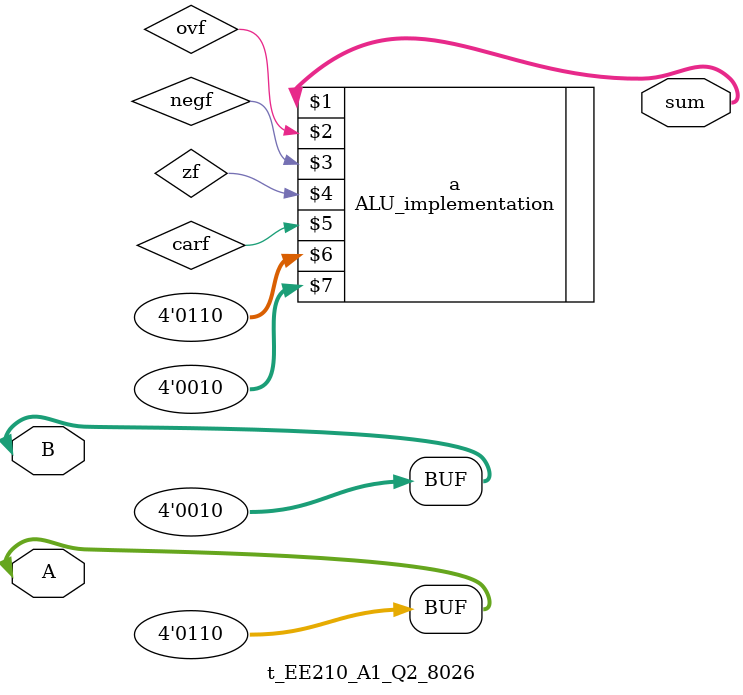
<source format=v>
module  t_EE210_A1_Q2_8026(sum,A,B); //test bench for implementing the ALU 8026
 input [3:0] A;//input the first number 8026
 input [3:0] B;//input the second number 8026
 output [3:0] sum;//storing the sum of the two number 8026
 ALU_implementation a(sum,ovf,negf,zf,carf,A,B);//instantiating the ALU 8026
 assign  A=4'b0110;//assigning the first number it's value 8026
 assign B=4'b0010;//assigning the second the number it's value 8026
 initial begin //test block for printing the varoius output 8026
 $monitor("sum = %b%b%b%b zero flag = %b negative flag = %b overflow flag = %b carry flag = %b",sum[3],sum[2],sum[1],sum[0],zf,negf,ovf,carf );
 end //end of test block 8026
endmodule //end of module 8026

</source>
